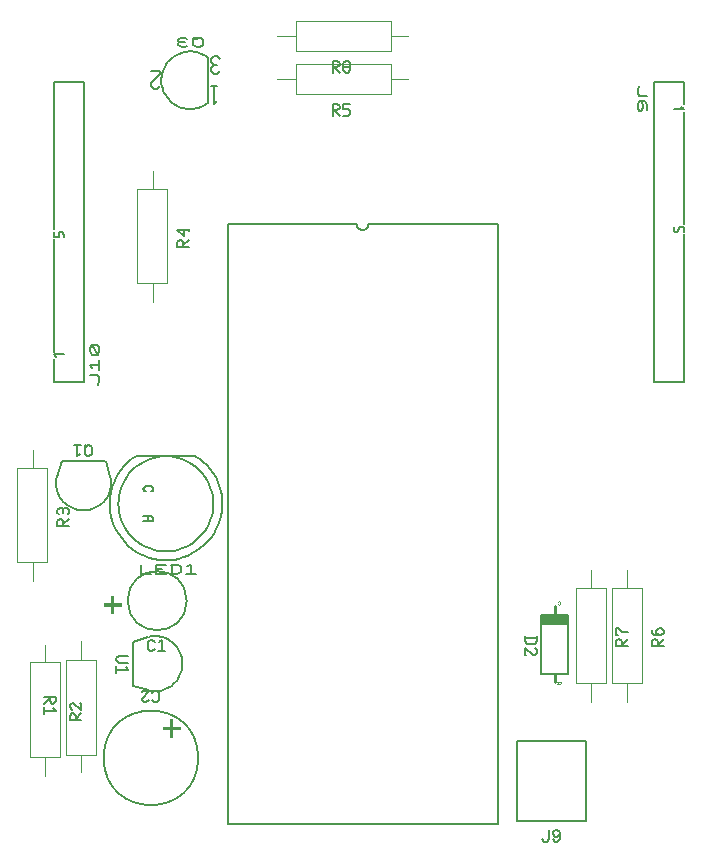
<source format=gbr>
G04 Generated by Ultiboard 14.0 *
%FSLAX34Y34*%
%MOMM*%

%ADD10C,0.0001*%
%ADD11C,0.2032*%
%ADD12C,0.1000*%
%ADD13C,0.1552*%
%ADD14C,0.2000*%
%ADD15C,0.0010*%
%ADD16C,0.1556*%
%ADD17C,0.1500*%
%ADD18C,0.2540*%
%ADD19C,0.0556*%


G04 ColorRGB FFFF00 for the following layer *
%LNSilkscreen Top*%
%LPD*%
G54D10*
G54D11*
X185420Y506984D02*
X185420Y-1016D01*
X414020Y-1016D01*
X414020Y506984D01*
X294720Y506984D02*
X294739Y506548D01*
X294796Y506116D01*
X294890Y505690D01*
X295022Y505274D01*
X295188Y504871D01*
X295390Y504484D01*
X295624Y504116D01*
X295890Y503770D01*
X296184Y503448D01*
X296506Y503154D01*
X296852Y502888D01*
X297220Y502654D01*
X297607Y502452D01*
X298010Y502286D01*
X298426Y502154D01*
X298852Y502060D01*
X299284Y502003D01*
X299720Y501984D01*
X300156Y502003D01*
X300588Y502060D01*
X301014Y502154D01*
X301430Y502286D01*
X301833Y502452D01*
X302220Y502654D01*
X302588Y502888D01*
X302934Y503154D01*
X303256Y503448D01*
X303550Y503770D01*
X303816Y504116D01*
X304050Y504484D01*
X304252Y504871D01*
X304418Y505274D01*
X304550Y505690D01*
X304644Y506116D01*
X304701Y506548D01*
X304720Y506984D01*
X414020Y506984D02*
X304720Y506984D01*
X294720Y506984D02*
X185420Y506984D01*
X75384Y370981D02*
X76895Y373803D01*
X76895Y376626D01*
X75384Y379448D01*
X69336Y379448D01*
X70848Y385092D02*
X69336Y387914D01*
X76895Y387914D01*
X76895Y383681D02*
X76895Y392148D01*
X70848Y396381D02*
X69336Y399203D01*
X69336Y402026D01*
X70848Y404848D01*
X75384Y404848D01*
X76895Y402026D01*
X76895Y399203D01*
X75384Y396381D01*
X70848Y396381D01*
X70848Y404848D02*
X75384Y396381D01*
X63500Y627380D02*
X63500Y373380D01*
X38100Y398780D02*
X38100Y494030D01*
X38100Y373380D02*
X38100Y392430D01*
X63500Y373380D02*
X38100Y373380D01*
X38100Y396663D02*
X46567Y396663D01*
X40217Y394547D02*
X38100Y396663D01*
X38100Y627380D02*
X38100Y502497D01*
X38100Y496147D02*
X38100Y500380D01*
X42333Y496147D02*
X38100Y496147D01*
X42333Y496147D02*
X42333Y498263D01*
X46567Y496147D02*
X46567Y498263D01*
X46559Y498447D01*
X46535Y498631D01*
X46495Y498811D01*
X46439Y498987D01*
X46368Y499158D01*
X46283Y499321D01*
X46184Y499477D01*
X46071Y499624D01*
X45947Y499760D01*
X45811Y499884D01*
X45664Y499997D01*
X45508Y500096D01*
X45345Y500181D01*
X45174Y500252D01*
X44998Y500308D01*
X44818Y500348D01*
X44634Y500372D01*
X44450Y500380D01*
X44266Y500372D01*
X44082Y500348D01*
X43902Y500308D01*
X43726Y500252D01*
X43555Y500181D01*
X43392Y500096D01*
X43236Y499997D01*
X43089Y499884D01*
X42953Y499760D01*
X42829Y499624D01*
X42716Y499477D01*
X42617Y499321D01*
X42532Y499158D01*
X42461Y498987D01*
X42405Y498811D01*
X42365Y498631D01*
X42341Y498447D01*
X42333Y498263D01*
X38100Y627380D02*
X63500Y627380D01*
X534216Y623429D02*
X532705Y620607D01*
X532705Y617784D01*
X534216Y614962D01*
X540264Y614962D01*
X540264Y603673D02*
X540264Y607907D01*
X538752Y610729D01*
X535728Y610729D01*
X534216Y610729D01*
X532705Y607907D01*
X532705Y605084D01*
X534216Y602262D01*
X535728Y602262D01*
X537240Y605084D01*
X537240Y607907D01*
X535728Y610729D01*
X546100Y373380D02*
X546100Y627380D01*
X571500Y601980D02*
X571500Y506730D01*
X571500Y627380D02*
X571500Y608330D01*
X546100Y627380D02*
X571500Y627380D01*
X571500Y604097D02*
X563033Y604097D01*
X569383Y606213D02*
X571500Y604097D01*
X571500Y373380D02*
X571500Y498263D01*
X571500Y504613D02*
X571500Y500380D01*
X567267Y504613D02*
X571500Y504613D01*
X567267Y504613D02*
X567267Y502497D01*
X563033Y504613D02*
X563033Y502497D01*
X563041Y502313D01*
X563065Y502129D01*
X563105Y501949D01*
X563161Y501773D01*
X563232Y501602D01*
X563317Y501439D01*
X563416Y501283D01*
X563529Y501136D01*
X563653Y501000D01*
X563789Y500876D01*
X563936Y500763D01*
X564092Y500664D01*
X564255Y500579D01*
X564426Y500508D01*
X564602Y500452D01*
X564782Y500412D01*
X564966Y500388D01*
X565150Y500380D01*
X565334Y500388D01*
X565518Y500412D01*
X565698Y500452D01*
X565874Y500508D01*
X566045Y500579D01*
X566208Y500664D01*
X566364Y500763D01*
X566511Y500876D01*
X566647Y501000D01*
X566771Y501136D01*
X566884Y501283D01*
X566983Y501439D01*
X567068Y501602D01*
X567139Y501773D01*
X567195Y501949D01*
X567235Y502129D01*
X567259Y502313D01*
X567267Y502497D01*
X571500Y373380D02*
X546100Y373380D01*
X164959Y663182D02*
X162137Y664694D01*
X159314Y664694D01*
X156492Y663182D01*
X156492Y658646D01*
X159314Y657134D01*
X162137Y657134D01*
X164959Y658646D01*
X164959Y663182D01*
X159314Y663182D02*
X156492Y664694D01*
X150848Y657890D02*
X149437Y657134D01*
X146614Y657134D01*
X143792Y658646D01*
X143792Y660158D01*
X145203Y660914D01*
X143792Y661670D01*
X143792Y663182D01*
X146614Y664694D01*
X149437Y664694D01*
X150848Y663938D01*
X149437Y660914D02*
X145203Y660914D01*
X168656Y647831D02*
X166927Y649065D01*
X165098Y650142D01*
X163181Y651057D01*
X161192Y651800D01*
X159146Y652368D01*
X157058Y652755D01*
X154944Y652958D01*
X152820Y652977D01*
X150703Y652810D01*
X148609Y652460D01*
X146553Y651928D01*
X144551Y651219D01*
X142619Y650339D01*
X140771Y649293D01*
X139021Y648090D01*
X137382Y646739D01*
X135868Y645251D01*
X134489Y643636D01*
X133255Y641907D01*
X132178Y640078D01*
X131263Y638161D01*
X130520Y636172D01*
X129952Y634126D01*
X129565Y632038D01*
X129362Y629924D01*
X129343Y627800D01*
X129510Y625683D01*
X129860Y623589D01*
X130392Y621533D01*
X131101Y619531D01*
X131981Y617599D01*
X133027Y615751D01*
X134230Y614001D01*
X135581Y612362D01*
X137069Y610848D01*
X138684Y609469D01*
X140413Y608235D01*
X142242Y607158D01*
X144159Y606243D01*
X146148Y605500D01*
X148194Y604932D01*
X150282Y604545D01*
X152396Y604342D01*
X154520Y604323D01*
X156637Y604490D01*
X158731Y604840D01*
X160787Y605372D01*
X162789Y606081D01*
X164721Y606961D01*
X166569Y608007D01*
X168319Y609210D01*
X168656Y609469D01*
X173990Y623570D02*
X173990Y608330D01*
X168910Y647700D02*
X168910Y609600D01*
X176530Y648970D02*
X179070Y646430D01*
X173990Y648970D02*
X176530Y648970D01*
X171450Y646430D02*
X173990Y648970D01*
X171450Y638810D02*
X173990Y641350D01*
X171450Y636270D02*
X171450Y638810D01*
X173990Y641350D02*
X176530Y641350D01*
X173990Y641350D02*
X171450Y643890D01*
X171450Y646430D01*
X176530Y633730D02*
X173990Y633730D01*
X179070Y636270D02*
X176530Y633730D01*
X173990Y633730D02*
X171450Y636270D01*
X171450Y623570D02*
X176530Y623570D01*
X173990Y608330D02*
X176530Y610870D01*
X120650Y626110D02*
X128270Y633730D01*
X128270Y636270D02*
X120650Y636270D01*
X123190Y621030D02*
X120650Y623570D01*
X125730Y621030D02*
X123190Y621030D01*
X128270Y633730D02*
X128270Y636270D01*
X128270Y623570D02*
X125730Y621030D01*
X120650Y623570D02*
X120650Y626110D01*
X152920Y487716D02*
X142920Y487716D01*
X142920Y491698D01*
X144920Y493689D01*
X145920Y493689D01*
X147920Y491698D01*
X147920Y487716D01*
X147920Y488711D02*
X152920Y493689D01*
X148920Y502649D02*
X148920Y496676D01*
X142920Y501653D01*
X152920Y501653D01*
X152920Y500658D02*
X152920Y502649D01*
X51320Y251570D02*
X41320Y251570D01*
X41320Y255552D01*
X43320Y257543D01*
X44320Y257543D01*
X46320Y255552D01*
X46320Y251570D01*
X46320Y252565D02*
X51320Y257543D01*
X42320Y261525D02*
X41320Y262521D01*
X41320Y264512D01*
X43320Y266503D01*
X45320Y266503D01*
X46320Y265507D01*
X47320Y266503D01*
X49320Y266503D01*
X51320Y264512D01*
X51320Y262521D01*
X50320Y261525D01*
X46320Y262521D02*
X46320Y265507D01*
X61748Y86678D02*
X51748Y86678D01*
X51748Y90660D01*
X53748Y92651D01*
X54748Y92651D01*
X56748Y90660D01*
X56748Y86678D01*
X56748Y87673D02*
X61748Y92651D01*
X53748Y95638D02*
X51748Y97629D01*
X51748Y99620D01*
X53748Y101611D01*
X54748Y101611D01*
X61748Y95638D01*
X61748Y101611D01*
X60748Y101611D01*
X29960Y106644D02*
X39960Y106644D01*
X39960Y102662D01*
X37960Y100671D01*
X36960Y100671D01*
X34960Y102662D01*
X34960Y106644D01*
X34960Y105649D02*
X29960Y100671D01*
X37960Y96689D02*
X39960Y94698D01*
X29960Y94698D01*
X29960Y97684D02*
X29960Y91711D01*
X82040Y306143D02*
X45027Y306143D01*
X40750Y292710D02*
X40394Y290710D01*
X40213Y288686D01*
X40210Y286654D01*
X40383Y284629D01*
X40733Y282628D01*
X41255Y280664D01*
X41947Y278754D01*
X42803Y276911D01*
X43816Y275149D01*
X44978Y273483D01*
X46282Y271924D01*
X47716Y270485D01*
X49270Y269176D01*
X50933Y268008D01*
X52691Y266989D01*
X54531Y266127D01*
X56439Y265429D01*
X58401Y264900D01*
X60401Y264543D01*
X62425Y264363D01*
X64457Y264359D01*
X66481Y264533D01*
X68483Y264882D01*
X70447Y265405D01*
X72357Y266097D01*
X74200Y266952D01*
X75962Y267965D01*
X77628Y269128D01*
X79187Y270431D01*
X80626Y271866D01*
X81935Y273420D01*
X83103Y275082D01*
X84122Y276840D01*
X84984Y278680D01*
X85682Y280589D01*
X86211Y282550D01*
X86567Y284551D01*
X86748Y286575D01*
X86751Y288606D01*
X86578Y290631D01*
X86228Y292633D01*
X86200Y292760D01*
X123809Y146960D02*
X121818Y144960D01*
X119827Y144960D01*
X117836Y146960D01*
X117836Y152960D01*
X119827Y154960D01*
X121818Y154960D01*
X123809Y152960D01*
X127791Y152960D02*
X129782Y154960D01*
X129782Y144960D01*
X126796Y144960D02*
X132769Y144960D01*
X100840Y187960D02*
G75*
D01*
G02X100840Y187960I25000J0*
G01*
X105337Y153160D02*
X105337Y116147D01*
X118770Y111870D02*
X120770Y111514D01*
X122794Y111333D01*
X124826Y111330D01*
X126851Y111503D01*
X128852Y111853D01*
X130816Y112375D01*
X132726Y113067D01*
X134569Y113923D01*
X136331Y114936D01*
X137997Y116098D01*
X139556Y117402D01*
X140995Y118836D01*
X142304Y120390D01*
X143472Y122053D01*
X144491Y123811D01*
X145353Y125651D01*
X146051Y127559D01*
X146580Y129521D01*
X146937Y131521D01*
X147117Y133545D01*
X147121Y135577D01*
X146947Y137601D01*
X146598Y139603D01*
X146075Y141567D01*
X145383Y143477D01*
X144528Y145320D01*
X143515Y147082D01*
X142352Y148748D01*
X141049Y150307D01*
X139614Y151746D01*
X138060Y153055D01*
X136398Y154223D01*
X134640Y155242D01*
X132800Y156104D01*
X130891Y156802D01*
X128930Y157331D01*
X126929Y157687D01*
X124905Y157868D01*
X122874Y157871D01*
X120849Y157698D01*
X118847Y157348D01*
X118720Y157320D01*
X274449Y634926D02*
X274449Y644926D01*
X278431Y644926D01*
X280422Y642926D01*
X280422Y641926D01*
X278431Y639926D01*
X274449Y639926D01*
X275444Y639926D02*
X280422Y634926D01*
X287391Y634926D02*
X285400Y634926D01*
X283409Y636926D01*
X283409Y638926D01*
X284404Y639926D01*
X283409Y640926D01*
X283409Y642926D01*
X285400Y644926D01*
X287391Y644926D01*
X289382Y642926D01*
X289382Y640926D01*
X288386Y639926D01*
X289382Y638926D01*
X289382Y636926D01*
X287391Y634926D01*
X284404Y639926D02*
X288386Y639926D01*
X274449Y598426D02*
X274449Y608426D01*
X278431Y608426D01*
X280422Y606426D01*
X280422Y605426D01*
X278431Y603426D01*
X274449Y603426D01*
X275444Y603426D02*
X280422Y598426D01*
X289382Y608426D02*
X283409Y608426D01*
X283409Y604426D01*
X287391Y604426D01*
X289382Y602426D01*
X289382Y600426D01*
X287391Y598426D01*
X283409Y598426D01*
X554540Y149596D02*
X544540Y149596D01*
X544540Y153578D01*
X546540Y155569D01*
X547540Y155569D01*
X549540Y153578D01*
X549540Y149596D01*
X549540Y150591D02*
X554540Y155569D01*
X544540Y163533D02*
X544540Y160547D01*
X546540Y158556D01*
X550540Y158556D01*
X552540Y158556D01*
X554540Y160547D01*
X554540Y162538D01*
X552540Y164529D01*
X550540Y164529D01*
X548540Y162538D01*
X548540Y160547D01*
X550540Y158556D01*
X524060Y149596D02*
X514060Y149596D01*
X514060Y153578D01*
X516060Y155569D01*
X517060Y155569D01*
X519060Y153578D01*
X519060Y149596D01*
X519060Y150591D02*
X524060Y155569D01*
X524060Y161542D02*
X519060Y161542D01*
X516060Y164529D01*
X514060Y164529D01*
X514060Y158556D01*
X516060Y158556D01*
X121586Y109880D02*
X123577Y111880D01*
X125568Y111880D01*
X127559Y109880D01*
X127559Y103880D01*
X125568Y101880D01*
X123577Y101880D01*
X121586Y103880D01*
X118599Y103880D02*
X116608Y101880D01*
X114617Y101880D01*
X112626Y103880D01*
X112626Y104880D01*
X118599Y111880D01*
X112626Y111880D01*
X112626Y110880D01*
X80555Y54880D02*
G75*
D01*
G02X80555Y54880I40000J0*
G01*
X111753Y218425D02*
X111753Y210866D01*
X120220Y210866D01*
X132920Y210866D02*
X124453Y210866D01*
X124453Y214645D01*
X124453Y218425D01*
X132920Y218425D01*
X124453Y214645D02*
X130098Y214645D01*
X137153Y210866D02*
X142798Y210866D01*
X145620Y212378D01*
X145620Y216913D01*
X142798Y218425D01*
X137153Y218425D01*
X138564Y218425D02*
X138564Y210866D01*
X151264Y216913D02*
X154087Y218425D01*
X154087Y210866D01*
X149853Y210866D02*
X158320Y210866D01*
X107264Y309923D02*
X103881Y307510D01*
X100722Y304812D01*
X97810Y301848D01*
X95167Y298643D01*
X92814Y295219D01*
X90768Y291602D01*
X89045Y287822D01*
X87658Y283905D01*
X86618Y279883D01*
X85932Y275785D01*
X85606Y271643D01*
X85642Y267489D01*
X86041Y263353D01*
X86798Y259268D01*
X87908Y255264D01*
X89363Y251373D01*
X91152Y247623D01*
X93260Y244043D01*
X95673Y240660D01*
X98371Y237501D01*
X101335Y234589D01*
X104541Y231946D01*
X107965Y229593D01*
X111581Y227547D01*
X115361Y225824D01*
X119278Y224437D01*
X123300Y223397D01*
X127398Y222711D01*
X131540Y222385D01*
X135695Y222421D01*
X139830Y222820D01*
X143915Y223577D01*
X147919Y224687D01*
X151811Y226142D01*
X155561Y227931D01*
X159141Y230039D01*
X162523Y232452D01*
X165682Y235150D01*
X168594Y238114D01*
X171237Y241320D01*
X173590Y244744D01*
X175636Y248360D01*
X177359Y252140D01*
X178746Y256057D01*
X179786Y260079D01*
X180472Y264177D01*
X180798Y268319D01*
X180762Y272474D01*
X180364Y276609D01*
X179606Y280694D01*
X178496Y284698D01*
X177041Y288590D01*
X175252Y292340D01*
X173144Y295920D01*
X170731Y299302D01*
X168033Y302461D01*
X165069Y305373D01*
X161864Y308016D01*
X159141Y309923D01*
X133202Y229764D02*
X136707Y229917D01*
X140186Y230375D01*
X143611Y231135D01*
X146957Y232190D01*
X150198Y233532D01*
X153310Y235152D01*
X156269Y237038D01*
X159053Y239173D01*
X161640Y241544D01*
X164010Y244130D01*
X166146Y246914D01*
X168031Y249873D01*
X169651Y252985D01*
X170993Y256226D01*
X172048Y259572D01*
X172808Y262998D01*
X173266Y266476D01*
X173419Y269981D01*
X173266Y273486D01*
X172808Y276965D01*
X172048Y280390D01*
X170993Y283736D01*
X169651Y286977D01*
X168031Y290089D01*
X166146Y293048D01*
X164010Y295832D01*
X161640Y298419D01*
X159053Y300789D01*
X156269Y302925D01*
X153310Y304810D01*
X150198Y306430D01*
X146957Y307772D01*
X143611Y308827D01*
X140186Y309587D01*
X136707Y310045D01*
X133202Y310198D01*
X129697Y310045D01*
X126219Y309587D01*
X122793Y308827D01*
X119447Y307772D01*
X116206Y306430D01*
X113094Y304810D01*
X110135Y302925D01*
X107351Y300789D01*
X104765Y298419D01*
X102394Y295832D01*
X100259Y293048D01*
X98373Y290089D01*
X96753Y286977D01*
X95411Y283736D01*
X94356Y280390D01*
X93596Y276965D01*
X93138Y273486D01*
X92985Y269981D01*
X93138Y266476D01*
X93596Y262998D01*
X94356Y259572D01*
X95411Y256226D01*
X96753Y252985D01*
X98373Y249873D01*
X100259Y246914D01*
X102394Y244130D01*
X104765Y241544D01*
X107351Y239173D01*
X110135Y237038D01*
X113094Y235152D01*
X116206Y233532D01*
X119447Y232190D01*
X122793Y231135D01*
X126219Y230375D01*
X129697Y229917D01*
X133202Y229764D01*
X114152Y259398D02*
X120502Y259398D01*
X120502Y255164D02*
X120687Y255173D01*
X120870Y255197D01*
X121050Y255237D01*
X121226Y255292D01*
X121397Y255363D01*
X121560Y255448D01*
X121716Y255547D01*
X121863Y255660D01*
X121999Y255784D01*
X122124Y255921D01*
X122236Y256067D01*
X122335Y256223D01*
X122420Y256387D01*
X122491Y256557D01*
X122547Y256733D01*
X122587Y256914D01*
X122611Y257097D01*
X122619Y257281D01*
X122611Y257466D01*
X122587Y257649D01*
X122547Y257829D01*
X122491Y258005D01*
X122420Y258176D01*
X122335Y258339D01*
X122236Y258495D01*
X122124Y258642D01*
X121999Y258778D01*
X121863Y258903D01*
X121716Y259015D01*
X121560Y259114D01*
X121397Y259199D01*
X121226Y259270D01*
X121050Y259326D01*
X120870Y259366D01*
X120687Y259390D01*
X120502Y259398D01*
X118385Y259398D02*
X118385Y255164D01*
X158602Y310198D02*
X107802Y310198D01*
X116269Y284798D02*
X116085Y284790D01*
X115902Y284766D01*
X115721Y284726D01*
X115545Y284670D01*
X115375Y284599D01*
X115211Y284514D01*
X115055Y284415D01*
X114909Y284303D01*
X114772Y284178D01*
X114648Y284042D01*
X114535Y283895D01*
X114436Y283739D01*
X114351Y283576D01*
X114280Y283405D01*
X114225Y283229D01*
X114185Y283049D01*
X114161Y282866D01*
X114152Y282681D01*
X114161Y282497D01*
X114185Y282314D01*
X114225Y282133D01*
X114280Y281957D01*
X114351Y281787D01*
X114436Y281623D01*
X114535Y281467D01*
X114648Y281321D01*
X114772Y281184D01*
X114909Y281060D01*
X115055Y280947D01*
X115211Y280848D01*
X115375Y280763D01*
X115545Y280692D01*
X115721Y280637D01*
X115902Y280597D01*
X116085Y280573D01*
X116269Y280564D01*
X116269Y280564D01*
X120502Y280564D02*
X120687Y280573D01*
X120870Y280597D01*
X121050Y280637D01*
X121226Y280692D01*
X121397Y280763D01*
X121560Y280848D01*
X121716Y280947D01*
X121863Y281060D01*
X121999Y281184D01*
X122124Y281321D01*
X122236Y281467D01*
X122335Y281623D01*
X122420Y281787D01*
X122491Y281957D01*
X122547Y282133D01*
X122587Y282314D01*
X122611Y282497D01*
X122619Y282681D01*
X122611Y282866D01*
X122587Y283049D01*
X122547Y283229D01*
X122491Y283405D01*
X122420Y283576D01*
X122335Y283739D01*
X122236Y283895D01*
X122124Y284042D01*
X121999Y284178D01*
X121863Y284303D01*
X121716Y284415D01*
X121560Y284514D01*
X121397Y284599D01*
X121226Y284670D01*
X121050Y284726D01*
X120870Y284766D01*
X120687Y284790D01*
X120502Y284798D01*
X116269Y284798D02*
X120502Y284798D01*
X114152Y255164D02*
X120502Y255164D01*
X473780Y176080D02*
X450780Y176080D01*
X450780Y126080D02*
X473780Y126080D01*
X450780Y176080D02*
X450780Y126080D01*
X473780Y126080D02*
X473780Y176080D01*
G54D12*
X109020Y456720D02*
X134520Y456720D01*
X134520Y536720D01*
X109020Y536720D01*
X109020Y456720D01*
X121920Y440720D02*
X121920Y456720D01*
X121920Y536720D02*
X121920Y551720D01*
X7420Y220574D02*
X32920Y220574D01*
X32920Y300574D01*
X7420Y300574D01*
X7420Y220574D01*
X20320Y204574D02*
X20320Y220574D01*
X20320Y300574D02*
X20320Y315574D01*
X17848Y55682D02*
X43348Y55682D01*
X43348Y135682D01*
X17848Y135682D01*
X17848Y55682D01*
X30748Y39682D02*
X30748Y55682D01*
X30748Y135682D02*
X30748Y150682D01*
X73860Y137640D02*
X48360Y137640D01*
X48360Y57640D01*
X73860Y57640D01*
X73860Y137640D01*
X60960Y153640D02*
X60960Y137640D01*
X60960Y57640D02*
X60960Y42640D01*
X243453Y678826D02*
X323453Y678826D01*
X323453Y653326D01*
X243453Y653326D01*
X243453Y678826D01*
X227453Y665926D02*
X243453Y665926D01*
X323453Y665926D02*
X338453Y665926D01*
X243453Y642326D02*
X323453Y642326D01*
X323453Y616826D01*
X243453Y616826D01*
X243453Y642326D01*
X227453Y629426D02*
X243453Y629426D01*
X323453Y629426D02*
X338453Y629426D01*
X510640Y118600D02*
X536140Y118600D01*
X536140Y198600D01*
X510640Y198600D01*
X510640Y118600D01*
X523540Y102600D02*
X523540Y118600D01*
X523540Y198600D02*
X523540Y213600D01*
X480160Y118600D02*
X505660Y118600D01*
X505660Y198600D01*
X480160Y198600D01*
X480160Y118600D01*
X493060Y102600D02*
X493060Y118600D01*
X493060Y198600D02*
X493060Y213600D01*
G36*
X450720Y167089D02*
X450720Y175089D01*
X473132Y175089D01*
X473132Y167089D01*
X450720Y167089D01*
G37*
G54D13*
X70307Y318091D02*
X68320Y320086D01*
X66333Y320086D01*
X64346Y318091D01*
X64346Y312104D01*
X66333Y310108D01*
X68320Y310108D01*
X70307Y312104D01*
X70307Y318091D01*
X66333Y318091D02*
X64346Y320086D01*
X60372Y312104D02*
X58386Y310108D01*
X58386Y320086D01*
X61366Y320086D02*
X55405Y320086D01*
X101372Y141427D02*
X93389Y141427D01*
X91394Y139440D01*
X91394Y137453D01*
X93389Y135466D01*
X101372Y135466D01*
X99376Y131492D02*
X101372Y129506D01*
X91394Y129506D01*
X91394Y132486D02*
X91394Y126525D01*
G54D14*
X82184Y306193D02*
X86100Y293110D01*
X44984Y306143D02*
X40900Y292960D01*
X105287Y153304D02*
X118370Y157220D01*
X105337Y116104D02*
X118520Y112020D01*
X430790Y69560D02*
X488690Y69560D01*
X488690Y1560D01*
X430790Y1560D01*
X430790Y69560D01*
G54D15*
G36*
X88823Y183702D02*
X88823Y183702D01*
X95034Y183702D01*
X95034Y185841D01*
X88823Y183702D01*
D02*
G37*
X95034Y183702D01*
X95034Y185841D01*
X88823Y183702D01*
G36*
X88823Y183702D01*
X95034Y185841D01*
X88823Y185841D01*
X88823Y183702D01*
D02*
G37*
X95034Y185841D01*
X88823Y185841D01*
X88823Y183702D01*
G36*
X88823Y183702D01*
X88823Y192110D01*
X88823Y183702D01*
D02*
G37*
X88823Y192110D01*
X88823Y183702D01*
G36*
X88823Y183702D01*
X88823Y192110D01*
X86670Y192110D01*
X88823Y183702D01*
D02*
G37*
X88823Y192110D01*
X86670Y192110D01*
X88823Y183702D01*
G36*
X88823Y183702D01*
X86670Y192110D01*
X86670Y185841D01*
X88823Y183702D01*
D02*
G37*
X86670Y192110D01*
X86670Y185841D01*
X88823Y183702D01*
G36*
X88823Y183702D01*
X86670Y185841D01*
X80459Y185841D01*
X88823Y183702D01*
D02*
G37*
X86670Y185841D01*
X80459Y185841D01*
X88823Y183702D01*
G36*
X88823Y183702D01*
X80459Y185841D01*
X80459Y183702D01*
X88823Y183702D01*
D02*
G37*
X80459Y185841D01*
X80459Y183702D01*
X88823Y183702D01*
G36*
X88823Y183702D01*
X86670Y183702D01*
X88823Y183702D01*
D02*
G37*
X86670Y183702D01*
X88823Y183702D01*
G36*
X88823Y183702D01*
X86670Y183702D01*
X86670Y177433D01*
X88823Y183702D01*
D02*
G37*
X86670Y183702D01*
X86670Y177433D01*
X88823Y183702D01*
G36*
X88823Y183702D01*
X86670Y177433D01*
X88823Y177433D01*
X88823Y183702D01*
D02*
G37*
X86670Y177433D01*
X88823Y177433D01*
X88823Y183702D01*
G36*
X136571Y81138D02*
X136571Y81138D01*
X130361Y81138D01*
X130361Y78999D01*
X136571Y81138D01*
D02*
G37*
X130361Y81138D01*
X130361Y78999D01*
X136571Y81138D01*
G36*
X136571Y81138D01*
X130361Y78999D01*
X136571Y78999D01*
X136571Y81138D01*
D02*
G37*
X130361Y78999D01*
X136571Y78999D01*
X136571Y81138D01*
G36*
X136571Y81138D01*
X136571Y72730D01*
X136571Y81138D01*
D02*
G37*
X136571Y72730D01*
X136571Y81138D01*
G36*
X136571Y81138D01*
X136571Y72730D01*
X138725Y72730D01*
X136571Y81138D01*
D02*
G37*
X136571Y72730D01*
X138725Y72730D01*
X136571Y81138D01*
G36*
X136571Y81138D01*
X138725Y72730D01*
X138725Y78999D01*
X136571Y81138D01*
D02*
G37*
X138725Y72730D01*
X138725Y78999D01*
X136571Y81138D01*
G36*
X136571Y81138D01*
X138725Y78999D01*
X144936Y78999D01*
X136571Y81138D01*
D02*
G37*
X138725Y78999D01*
X144936Y78999D01*
X136571Y81138D01*
G36*
X136571Y81138D01*
X144936Y78999D01*
X144936Y81138D01*
X136571Y81138D01*
D02*
G37*
X144936Y78999D01*
X144936Y81138D01*
X136571Y81138D01*
G36*
X136571Y81138D01*
X138725Y81138D01*
X136571Y81138D01*
D02*
G37*
X138725Y81138D01*
X136571Y81138D01*
G36*
X136571Y81138D01*
X138725Y81138D01*
X138725Y87407D01*
X136571Y81138D01*
D02*
G37*
X138725Y81138D01*
X138725Y87407D01*
X136571Y81138D01*
G36*
X136571Y81138D01*
X138725Y87407D01*
X136571Y87407D01*
X136571Y81138D01*
D02*
G37*
X138725Y87407D01*
X136571Y87407D01*
X136571Y81138D01*
G54D16*
X451776Y-13940D02*
X453767Y-15940D01*
X455758Y-15940D01*
X457749Y-13940D01*
X457749Y-5940D01*
X460736Y-13940D02*
X462727Y-15940D01*
X464718Y-15940D01*
X466709Y-13940D01*
X466709Y-9940D01*
X466709Y-7940D01*
X464718Y-5940D01*
X462727Y-5940D01*
X460736Y-7940D01*
X460736Y-9940D01*
X462727Y-11940D01*
X464718Y-11940D01*
X466709Y-9940D01*
G54D17*
X436969Y157715D02*
X436969Y153448D01*
X439111Y151315D01*
X445540Y151315D01*
X447683Y153448D01*
X447683Y157715D01*
X447683Y156648D02*
X436969Y156648D01*
X445540Y148115D02*
X447683Y145982D01*
X447683Y143848D01*
X445540Y141715D01*
X444469Y141715D01*
X436969Y148115D01*
X436969Y141715D01*
X438040Y141715D01*
G54D18*
X462280Y177080D02*
X462280Y183080D01*
X462280Y119080D02*
X462280Y125580D01*
G54D19*
X465035Y187074D02*
X465746Y187789D01*
X466457Y187789D01*
X467168Y187074D01*
X467168Y184931D01*
X466457Y184217D01*
X465746Y184217D01*
X465035Y184931D01*
X464366Y119424D02*
X466509Y119424D01*
X467938Y118713D01*
X467938Y118001D01*
X466509Y117290D01*
X464366Y117290D01*
X465438Y119424D02*
X465438Y117290D01*

M02*

</source>
